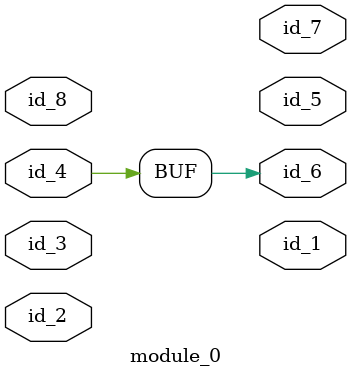
<source format=v>
module module_0 (
    id_1,
    id_2,
    id_3,
    id_4,
    id_5,
    id_6,
    id_7,
    id_8
);
  input id_8;
  output id_7;
  output id_6;
  output id_5;
  inout id_4;
  input id_3;
  input id_2;
  output id_1;
  assign id_6 = id_4;
endmodule

</source>
